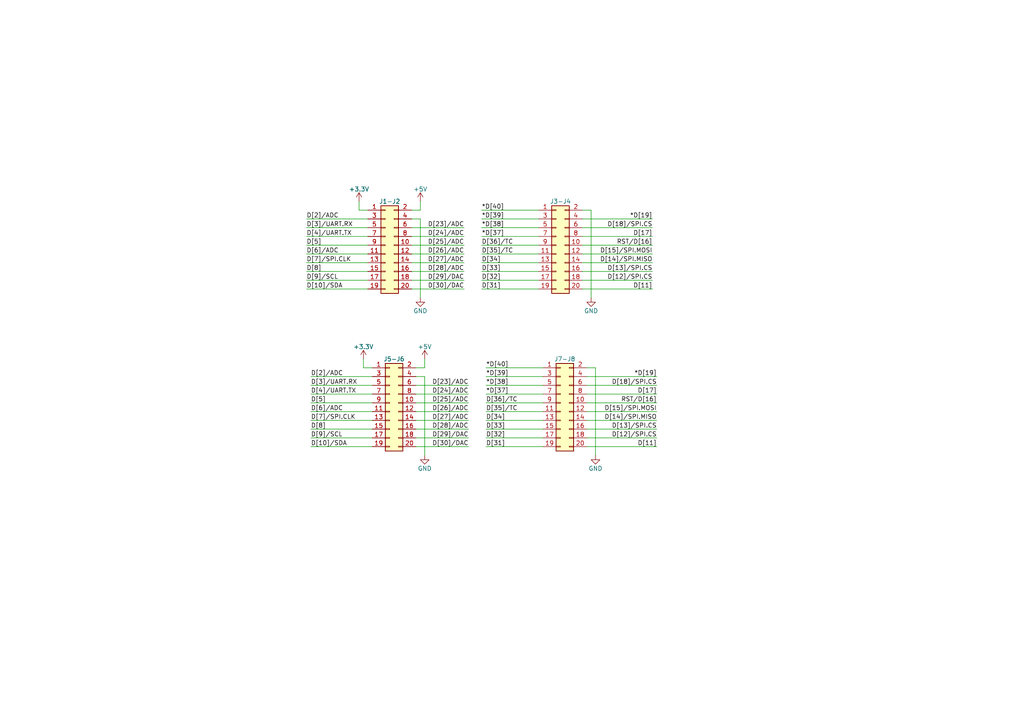
<source format=kicad_sch>
(kicad_sch (version 20211123) (generator eeschema)
  (paper "A4")
  (title_block (title "MSP432E401Y Subsystem") (company "The Great Gambit"))
  (lib_symbols
    (symbol "Connector_Generic:Conn_02x10_Odd_Even" (pin_names (offset 1.016) hide)
      (property "Reference" "J" (at 1.27 12.7 0))
      (property "Value" "Conn_02x10_Odd_Even" (at 1.27 -15.24 0))
      (symbol "Conn_02x10_Odd_Even_1_1"
        (rectangle (start -1.27 -12.573) (end 0 -12.827) (stroke (width 0.1524)))
        (rectangle (start -1.27 -10.033) (end 0 -10.287) (stroke (width 0.1524)))
        (rectangle (start -1.27 -7.493) (end 0 -7.747) (stroke (width 0.1524)))
        (rectangle (start -1.27 -4.953) (end 0 -5.207) (stroke (width 0.1524)))
        (rectangle (start -1.27 -2.413) (end 0 -2.667) (stroke (width 0.1524)))
        (rectangle (start -1.27 0.127) (end 0 -0.127) (stroke (width 0.1524)))
        (rectangle (start -1.27 2.667) (end 0 2.413) (stroke (width 0.1524)))
        (rectangle (start -1.27 5.207) (end 0 4.953) (stroke (width 0.1524)))
        (rectangle (start -1.27 7.747) (end 0 7.493) (stroke (width 0.1524)))
        (rectangle (start -1.27 10.287) (end 0 10.033) (stroke (width 0.1524)))
        (rectangle (start -1.27 11.43) (end 3.81 -13.97) (stroke (width 0.254)) (fill (type background)))
        (rectangle (start 3.81 -12.573) (end 2.54 -12.827) (stroke (width 0.1524)))
        (rectangle (start 3.81 -10.033) (end 2.54 -10.287) (stroke (width 0.1524)))
        (rectangle (start 3.81 -7.493) (end 2.54 -7.747) (stroke (width 0.1524)))
        (rectangle (start 3.81 -4.953) (end 2.54 -5.207) (stroke (width 0.1524)))
        (rectangle (start 3.81 -2.413) (end 2.54 -2.667) (stroke (width 0.1524)))
        (rectangle (start 3.81 0.127) (end 2.54 -0.127) (stroke (width 0.1524)))
        (rectangle (start 3.81 2.667) (end 2.54 2.413) (stroke (width 0.1524)))
        (rectangle (start 3.81 5.207) (end 2.54 4.953) (stroke (width 0.1524)))
        (rectangle (start 3.81 7.747) (end 2.54 7.493) (stroke (width 0.1524)))
        (rectangle (start 3.81 10.287) (end 2.54 10.033) (stroke (width 0.1524)))
        (pin passive line (at -5.08 10.16 0) (length 3.81) (name "Pin_1") (number "1"))
        (pin passive line (at 7.62 0 180) (length 3.81) (name "Pin_10") (number "10"))
        (pin passive line (at -5.08 -2.54 0) (length 3.81) (name "Pin_11") (number "11"))
        (pin passive line (at 7.62 -2.54 180) (length 3.81) (name "Pin_12") (number "12"))
        (pin passive line (at -5.08 -5.08 0) (length 3.81) (name "Pin_13") (number "13"))
        (pin passive line (at 7.62 -5.08 180) (length 3.81) (name "Pin_14") (number "14"))
        (pin passive line (at -5.08 -7.62 0) (length 3.81) (name "Pin_15") (number "15"))
        (pin passive line (at 7.62 -7.62 180) (length 3.81) (name "Pin_16") (number "16"))
        (pin passive line (at -5.08 -10.16 0) (length 3.81) (name "Pin_17") (number "17"))
        (pin passive line (at 7.62 -10.16 180) (length 3.81) (name "Pin_18") (number "18"))
        (pin passive line (at -5.08 -12.7 0) (length 3.81) (name "Pin_19") (number "19"))
        (pin passive line (at 7.62 10.16 180) (length 3.81) (name "Pin_2") (number "2"))
        (pin passive line (at 7.62 -12.7 180) (length 3.81) (name "Pin_20") (number "20"))
        (pin passive line (at -5.08 7.62 0) (length 3.81) (name "Pin_3") (number "3"))
        (pin passive line (at 7.62 7.62 180) (length 3.81) (name "Pin_4") (number "4"))
        (pin passive line (at -5.08 5.08 0) (length 3.81) (name "Pin_5") (number "5"))
        (pin passive line (at 7.62 5.08 180) (length 3.81) (name "Pin_6") (number "6"))
        (pin passive line (at -5.08 2.54 0) (length 3.81) (name "Pin_7") (number "7"))
        (pin passive line (at 7.62 2.54 180) (length 3.81) (name "Pin_8") (number "8"))
        (pin passive line (at -5.08 0 0) (length 3.81) (name "Pin_9") (number "9"))
      )
    )
    (symbol "power:+3.3V" (power) (pin_names (offset 0))
      (property "Value" "+3.3V" (at 0 3.556 0))
      (symbol "+3.3V_0_1"
        (polyline (pts (xy -0.762 1.27) (xy 0 2.54)))
        (polyline (pts (xy 0 0) (xy 0 2.54)))
        (polyline (pts (xy 0 2.54) (xy 0.762 1.27)))
      )
      (symbol "+3.3V_1_1"
        (pin power_in line (at 0 0 90) (length 0) hide (name "+3.3V") (number "1"))
      )
    )
    (symbol "power:+5V" (power) (pin_names (offset 0))
      (property "Value" "+5V" (at 0 3.556 0))
      (symbol "+5V_0_1"
        (polyline (pts (xy -0.762 1.27) (xy 0 2.54)))
        (polyline (pts (xy 0 0) (xy 0 2.54)))
        (polyline (pts (xy 0 2.54) (xy 0.762 1.27)))
      )
      (symbol "+5V_1_1"
        (pin power_in line (at 0 0 90) (length 0) hide (name "+5V") (number "1"))
      )
    )
    (symbol "power:GND" (power) (pin_names (offset 0))
      (property "Value" "GND" (at 0 -3.81 0))
      (symbol "GND_0_1"
        (polyline (pts (xy 0 0) (xy 0 -1.27) (xy 1.27 -1.27) (xy 0 -2.54) (xy -1.27 -1.27) (xy 0 -1.27)))
      )
      (symbol "GND_1_1"
        (pin power_in line (at 0 0 270) (length 0) hide (name "GND") (number "1"))
      )
    )
  )
  (wire (pts (xy 170.18 129.54) (xy 190.5 129.54)))
  (wire (pts (xy 139.7 68.58) (xy 156.21 68.58)))
  (wire (pts (xy 170.18 109.22) (xy 190.5 109.22)))
  (wire (pts (xy 140.97 129.54) (xy 157.48 129.54)))
  (wire (pts (xy 168.91 81.28) (xy 189.23 81.28)))
  (wire (pts (xy 139.7 73.66) (xy 156.21 73.66)))
  (wire (pts (xy 121.92 63.5) (xy 121.92 86.36)))
  (wire (pts (xy 120.65 119.38) (xy 135.89 119.38)))
  (wire (pts (xy 168.91 83.82) (xy 189.23 83.82)))
  (wire (pts (xy 168.91 68.58) (xy 189.23 68.58)))
  (wire (pts (xy 140.97 106.68) (xy 157.48 106.68)))
  (wire (pts (xy 168.91 78.74) (xy 189.23 78.74)))
  (wire (pts (xy 170.18 111.76) (xy 190.5 111.76)))
  (wire (pts (xy 123.19 109.22) (xy 123.19 132.08)))
  (wire (pts (xy 170.18 127) (xy 190.5 127)))
  (wire (pts (xy 88.9 68.58) (xy 106.68 68.58)))
  (wire (pts (xy 88.9 78.74) (xy 106.68 78.74)))
  (wire (pts (xy 90.17 127) (xy 107.95 127)))
  (wire (pts (xy 90.17 111.76) (xy 107.95 111.76)))
  (wire (pts (xy 120.65 129.54) (xy 135.89 129.54)))
  (wire (pts (xy 140.97 109.22) (xy 157.48 109.22)))
  (wire (pts (xy 104.14 58.42) (xy 104.14 60.96)))
  (wire (pts (xy 105.41 104.14) (xy 105.41 106.68)))
  (wire (pts (xy 120.65 114.3) (xy 135.89 114.3)))
  (wire (pts (xy 139.7 63.5) (xy 156.21 63.5)))
  (wire (pts (xy 139.7 78.74) (xy 156.21 78.74)))
  (wire (pts (xy 123.19 104.14) (xy 123.19 106.68)))
  (wire (pts (xy 88.9 71.12) (xy 106.68 71.12)))
  (wire (pts (xy 119.38 83.82) (xy 134.62 83.82)))
  (wire (pts (xy 139.7 83.82) (xy 156.21 83.82)))
  (wire (pts (xy 170.18 124.46) (xy 190.5 124.46)))
  (wire (pts (xy 90.17 119.38) (xy 107.95 119.38)))
  (wire (pts (xy 88.9 66.04) (xy 106.68 66.04)))
  (wire (pts (xy 171.45 60.96) (xy 171.45 86.36)))
  (wire (pts (xy 120.65 106.68) (xy 123.19 106.68)))
  (wire (pts (xy 88.9 73.66) (xy 106.68 73.66)))
  (wire (pts (xy 119.38 78.74) (xy 134.62 78.74)))
  (wire (pts (xy 90.17 124.46) (xy 107.95 124.46)))
  (wire (pts (xy 170.18 114.3) (xy 190.5 114.3)))
  (wire (pts (xy 88.9 63.5) (xy 106.68 63.5)))
  (wire (pts (xy 119.38 68.58) (xy 134.62 68.58)))
  (wire (pts (xy 168.91 63.5) (xy 189.23 63.5)))
  (wire (pts (xy 172.72 106.68) (xy 172.72 132.08)))
  (wire (pts (xy 120.65 111.76) (xy 135.89 111.76)))
  (wire (pts (xy 121.92 58.42) (xy 121.92 60.96)))
  (wire (pts (xy 140.97 124.46) (xy 157.48 124.46)))
  (wire (pts (xy 88.9 81.28) (xy 106.68 81.28)))
  (wire (pts (xy 90.17 109.22) (xy 107.95 109.22)))
  (wire (pts (xy 120.65 109.22) (xy 123.19 109.22)))
  (wire (pts (xy 88.9 76.2) (xy 106.68 76.2)))
  (wire (pts (xy 119.38 73.66) (xy 134.62 73.66)))
  (wire (pts (xy 140.97 127) (xy 157.48 127)))
  (wire (pts (xy 119.38 76.2) (xy 134.62 76.2)))
  (wire (pts (xy 90.17 114.3) (xy 107.95 114.3)))
  (wire (pts (xy 170.18 106.68) (xy 172.72 106.68)))
  (wire (pts (xy 120.65 127) (xy 135.89 127)))
  (wire (pts (xy 170.18 119.38) (xy 190.5 119.38)))
  (wire (pts (xy 88.9 83.82) (xy 106.68 83.82)))
  (wire (pts (xy 119.38 71.12) (xy 134.62 71.12)))
  (wire (pts (xy 90.17 129.54) (xy 107.95 129.54)))
  (wire (pts (xy 139.7 60.96) (xy 156.21 60.96)))
  (wire (pts (xy 119.38 60.96) (xy 121.92 60.96)))
  (wire (pts (xy 139.7 76.2) (xy 156.21 76.2)))
  (wire (pts (xy 170.18 121.92) (xy 190.5 121.92)))
  (wire (pts (xy 168.91 71.12) (xy 189.23 71.12)))
  (wire (pts (xy 140.97 116.84) (xy 157.48 116.84)))
  (wire (pts (xy 168.91 60.96) (xy 171.45 60.96)))
  (wire (pts (xy 168.91 76.2) (xy 189.23 76.2)))
  (wire (pts (xy 120.65 121.92) (xy 135.89 121.92)))
  (wire (pts (xy 139.7 66.04) (xy 156.21 66.04)))
  (wire (pts (xy 90.17 121.92) (xy 107.95 121.92)))
  (wire (pts (xy 139.7 71.12) (xy 156.21 71.12)))
  (wire (pts (xy 107.95 106.68) (xy 105.41 106.68)))
  (wire (pts (xy 120.65 116.84) (xy 135.89 116.84)))
  (wire (pts (xy 168.91 73.66) (xy 189.23 73.66)))
  (wire (pts (xy 140.97 114.3) (xy 157.48 114.3)))
  (wire (pts (xy 120.65 124.46) (xy 135.89 124.46)))
  (wire (pts (xy 119.38 81.28) (xy 134.62 81.28)))
  (wire (pts (xy 140.97 121.92) (xy 157.48 121.92)))
  (wire (pts (xy 139.7 81.28) (xy 156.21 81.28)))
  (wire (pts (xy 119.38 66.04) (xy 134.62 66.04)))
  (wire (pts (xy 90.17 116.84) (xy 107.95 116.84)))
  (wire (pts (xy 170.18 116.84) (xy 190.5 116.84)))
  (wire (pts (xy 140.97 119.38) (xy 157.48 119.38)))
  (wire (pts (xy 119.38 63.5) (xy 121.92 63.5)))
  (wire (pts (xy 106.68 60.96) (xy 104.14 60.96)))
  (wire (pts (xy 168.91 66.04) (xy 189.23 66.04)))
  (wire (pts (xy 140.97 111.76) (xy 157.48 111.76)))
  (label "D[18]{slash}SPI.CS" (at 190.5 111.76 180))
  (label "D[29]{slash}DAC" (at 135.89 127 180))
  (label "D[4]{slash}UART.TX" (at 88.9 68.58 0))
  (label "*D[37]" (at 140.97 114.3 0))
  (label "D[15]{slash}SPI.MOSI" (at 190.5 119.38 180))
  (label "D[15]{slash}SPI.MOSI" (at 189.23 73.66 180))
  (label "D[26]{slash}ADC" (at 135.89 119.38 180))
  (label "D[2]{slash}ADC" (at 90.17 109.22 0))
  (label "D[9]{slash}SCL" (at 88.9 81.28 0))
  (label "D[4]{slash}UART.TX" (at 90.17 114.3 0))
  (label "D[14]{slash}SPI.MISO" (at 189.23 76.2 180))
  (label "D[6]{slash}ADC" (at 88.9 73.66 0))
  (label "*D[39]" (at 140.97 109.22 0))
  (label "D[28]{slash}ADC" (at 134.62 78.74 180))
  (label "D[29]{slash}DAC" (at 134.62 81.28 180))
  (label "*D[19]" (at 189.23 63.5 180))
  (label "*D[38]" (at 139.7 66.04 0))
  (label "D[31]" (at 139.7 83.82 0))
  (label "*D[37]" (at 139.7 68.58 0))
  (label "D[24]{slash}ADC" (at 135.89 114.3 180))
  (label "*D[40]" (at 140.97 106.68 0))
  (label "D[3]{slash}UART.RX" (at 90.17 111.76 0))
  (label "D[26]{slash}ADC" (at 134.62 73.66 180))
  (label "D[33]" (at 140.97 124.46 0))
  (label "D[7]{slash}SPI.CLK" (at 88.9 76.2 0))
  (label "D[7]{slash}SPI.CLK" (at 90.17 121.92 0))
  (label "D[36]{slash}TC" (at 139.7 71.12 0))
  (label "D[35]{slash}TC" (at 140.97 119.38 0))
  (label "*D[39]" (at 139.7 63.5 0))
  (label "D[13]{slash}SPI.CS" (at 189.23 78.74 180))
  (label "D[12]{slash}SPI.CS" (at 190.5 127 180))
  (label "D[36]{slash}TC" (at 140.97 116.84 0))
  (label "D[23]{slash}ADC" (at 135.89 111.76 180))
  (label "D[34]" (at 140.97 121.92 0))
  (label "D[30]{slash}DAC" (at 135.89 129.54 180))
  (label "D[8]" (at 88.9 78.74 0))
  (label "D[35]{slash}TC" (at 139.7 73.66 0))
  (label "D[33]" (at 139.7 78.74 0))
  (label "D[27]{slash}ADC" (at 135.89 121.92 180))
  (label "D[5]" (at 90.17 116.84 0))
  (label "D[9]{slash}SCL" (at 90.17 127 0))
  (label "D[25]{slash}ADC" (at 135.89 116.84 180))
  (label "D[8]" (at 90.17 124.46 0))
  (label "D[17]" (at 189.23 68.58 180))
  (label "*D[40]" (at 139.7 60.96 0))
  (label "RST{slash}D[16]" (at 190.5 116.84 180))
  (label "D[31]" (at 140.97 129.54 0))
  (label "*D[38]" (at 140.97 111.76 0))
  (label "D[11]" (at 189.23 83.82 180))
  (label "RST{slash}D[16]" (at 189.23 71.12 180))
  (label "D[23]{slash}ADC" (at 134.62 66.04 180))
  (label "D[32]" (at 140.97 127 0))
  (label "D[25]{slash}ADC" (at 134.62 71.12 180))
  (label "D[24]{slash}ADC" (at 134.62 68.58 180))
  (label "D[10]{slash}SDA" (at 88.9 83.82 0))
  (label "D[32]" (at 139.7 81.28 0))
  (label "D[6]{slash}ADC" (at 90.17 119.38 0))
  (label "D[17]" (at 190.5 114.3 180))
  (label "D[28]{slash}ADC" (at 135.89 124.46 180))
  (label "D[2]{slash}ADC" (at 88.9 63.5 0))
  (label "D[13]{slash}SPI.CS" (at 190.5 124.46 180))
  (label "D[11]" (at 190.5 129.54 180))
  (label "D[12]{slash}SPI.CS" (at 189.23 81.28 180))
  (label "D[5]" (at 88.9 71.12 0))
  (label "D[10]{slash}SDA" (at 90.17 129.54 0))
  (label "*D[19]" (at 190.5 109.22 180))
  (label "D[34]" (at 139.7 76.2 0))
  (label "D[30]{slash}DAC" (at 134.62 83.82 180))
  (label "D[3]{slash}UART.RX" (at 88.9 66.04 0))
  (label "D[14]{slash}SPI.MISO" (at 190.5 121.92 180))
  (label "D[18]{slash}SPI.CS" (at 189.23 66.04 180))
  (label "D[27]{slash}ADC" (at 134.62 76.2 180))
  (symbol (lib_id "Connector_Generic:Conn_02x10_Odd_Even") (at 113.03 116.84 0) (unit 1)
    (property "Reference" "J5-J6" (at 114.3 104.14 0))
    (property "Value" "Conn_01x10" (effects hide))
    (property "Footprint" "Connector_PinSocket_2.54mm:PinSocket_2x10_P2.54mm_Vertical" (effects hide))
  )
  (symbol (lib_id "power:+3.3V") (at 104.14 58.42 0) (unit 1)
    (property "Reference" "#PWR?" (effects hide))
    (property "Value" "+3.3V" (at 104.14 54.864 0))
  )
  (symbol (lib_id "power:GND") (at 171.45 86.36 0) (unit 1)
    (property "Reference" "#PWR?" (effects hide))
    (property "Value" "GND" (at 171.45 90.17 0))
  )
  (symbol (lib_id "power:GND") (at 123.19 132.08 0) (unit 1)
    (property "Reference" "#PWR?" (effects hide))
    (property "Value" "GND" (at 123.19 135.89 0))
  )
  (symbol (lib_id "Connector_Generic:Conn_02x10_Odd_Even") (at 161.29 71.12 0) (unit 1)
    (property "Reference" "J3-J4" (at 162.56 58.42 0))
    (property "Value" "Conn_01x10" (effects hide))
    (property "Footprint" "Connector_PinSocket_2.54mm:PinSocket_2x10_P2.54mm_Vertical" (effects hide))
  )
  (symbol (lib_id "Connector_Generic:Conn_02x10_Odd_Even") (at 162.56 116.84 0) (unit 1)
    (property "Reference" "J7-J8" (at 163.83 104.14 0))
    (property "Value" "Conn_01x10" (effects hide))
    (property "Footprint" "Connector_PinSocket_2.54mm:PinSocket_2x10_P2.54mm_Vertical" (effects hide))
  )
  (symbol (lib_id "power:+5V") (at 121.92 58.42 0) (unit 1)
    (property "Reference" "#PWR?" (effects hide))
    (property "Value" "+5V" (at 121.92 54.864 0))
  )
  (symbol (lib_id "power:+5V") (at 123.19 104.14 0) (unit 1)
    (property "Reference" "#PWR?" (effects hide))
    (property "Value" "+5V" (at 123.19 100.584 0))
  )
  (symbol (lib_id "power:+3.3V") (at 105.41 104.14 0) (unit 1)
    (property "Reference" "#PWR?" (effects hide))
    (property "Value" "+3.3V" (at 105.41 100.584 0))
  )
  (symbol (lib_id "power:GND") (at 121.92 86.36 0) (unit 1)
    (property "Reference" "#PWR?" (effects hide))
    (property "Value" "GND" (at 121.92 90.17 0))
  )
  (symbol (lib_id "Connector_Generic:Conn_02x10_Odd_Even") (at 111.76 71.12 0) (unit 1)
    (property "Reference" "J1-J2" (at 113.03 58.42 0))
    (property "Value" "Conn_01x10" (effects hide))
    (property "Footprint" "Connector_PinSocket_2.54mm:PinSocket_2x10_P2.54mm_Vertical" (effects hide))
  )
  (symbol (lib_id "power:GND") (at 172.72 132.08 0) (unit 1)
    (property "Reference" "#PWR?" (effects hide))
    (property "Value" "GND" (at 172.72 135.89 0))
  )
)
</source>
